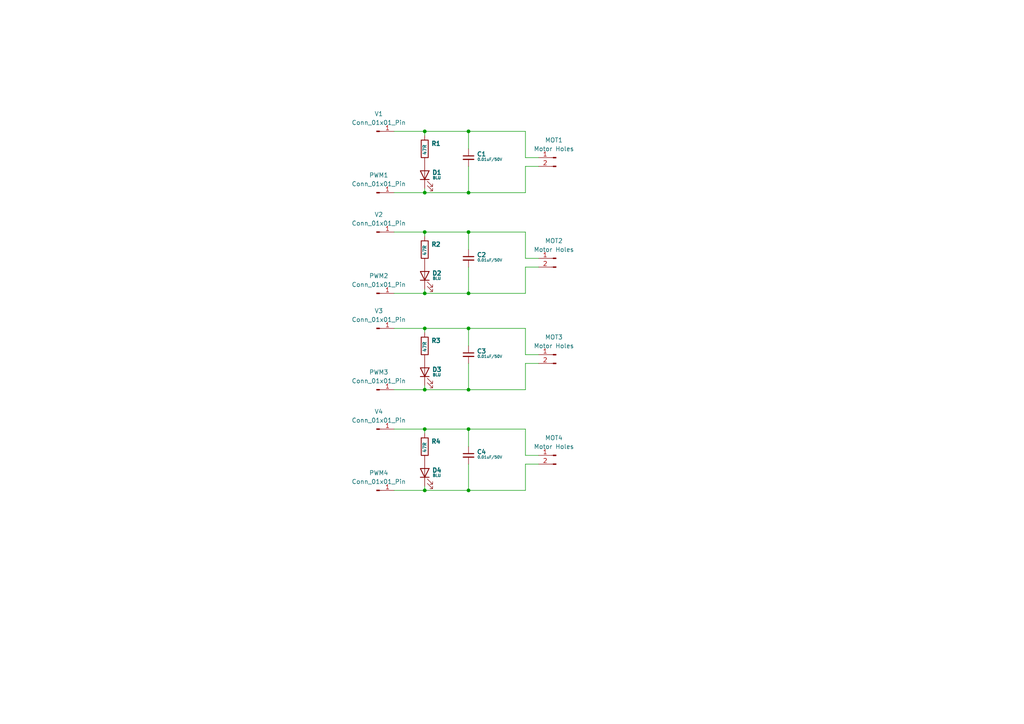
<source format=kicad_sch>
(kicad_sch (version 20250114) (generator "eeschema") (generator_version "9.0")
  (paper "A4")
  (lib_symbols
    (symbol "Connector:Conn_01x01_Pin" (pin_names (offset 1.016) (hide yes))
      (property "Reference" "J" (at 0 2.54 0))
      (property "Value" "Conn_01x01_Pin" (at 0 -2.54 0))
      (symbol "Conn_01x01_Pin_1_1"
        (rectangle (start 0.8636 0.127) (end 0 -0.127) (stroke (width 0.1524)) (fill (type outline)))
        (polyline (pts (xy 1.27 0) (xy 0.8636 0)) (stroke (width 0.1524)))
        (pin passive line (at 5.08 0 180) (length 3.81) (name "Pin_1") (number "1"))
      )
    )
    (symbol "Connector:Conn_01x02_Pin" (pin_names (offset 1.016) (hide yes))
      (property "Reference" "J" (at 0 2.54 0))
      (property "Value" "Conn_01x02_Pin" (at 0 -5.08 0))
      (symbol "Conn_01x02_Pin_1_1"
        (rectangle (start 0.8636 0.127) (end 0 -0.127) (stroke (width 0.1524)) (fill (type outline)))
        (rectangle (start 0.8636 -2.413) (end 0 -2.667) (stroke (width 0.1524)) (fill (type outline)))
        (polyline (pts (xy 1.27 0) (xy 0.8636 0)) (stroke (width 0.1524)))
        (polyline (pts (xy 1.27 -2.54) (xy 0.8636 -2.54)) (stroke (width 0.1524)))
        (pin passive line (at 5.08 0 180) (length 3.81) (name "Pin_1") (number "1"))
        (pin passive line (at 5.08 -2.54 180) (length 3.81) (name "Pin_2") (number "2"))
      )
    )
    (symbol "Device:C_Small" (pin_numbers (hide yes)) (pin_names (offset 0.254) (hide yes))
      (property "Reference" "C" (at 0.254 1.778 0))
      (property "Value" "C_Small" (at 0.254 -2.032 0))
      (symbol "C_Small_0_1"
        (polyline (pts (xy -1.524 0.508) (xy 1.524 0.508)) (stroke (width 0.3048)))
        (polyline (pts (xy -1.524 -0.508) (xy 1.524 -0.508)) (stroke (width 0.3302)))
      )
      (symbol "C_Small_1_1"
        (pin passive line (at 0 2.54 270) (length 2.032) (name "~") (number "1"))
        (pin passive line (at 0 -2.54 90) (length 2.032) (name "~") (number "2"))
      )
    )
    (symbol "Device:LED" (pin_numbers (hide yes)) (pin_names (offset 1.016) (hide yes))
      (property "Reference" "D" (at 0 2.54 0))
      (property "Value" "LED" (at 0 -2.54 0))
      (symbol "LED_0_1"
        (polyline (pts (xy -3.048 -0.762) (xy -4.572 -2.286) (xy -3.81 -2.286) (xy -4.572 -2.286) (xy -4.572 -1.524)))
        (polyline (pts (xy -1.778 -0.762) (xy -3.302 -2.286) (xy -2.54 -2.286) (xy -3.302 -2.286) (xy -3.302 -1.524)))
        (polyline (pts (xy -1.27 0) (xy 1.27 0)))
        (polyline (pts (xy -1.27 -1.27) (xy -1.27 1.27)) (stroke (width 0.254)))
        (polyline (pts (xy 1.27 -1.27) (xy 1.27 1.27) (xy -1.27 0) (xy 1.27 -1.27)) (stroke (width 0.254)))
      )
      (symbol "LED_1_1"
        (pin passive line (at -3.81 0 0) (length 2.54) (name "K") (number "1"))
        (pin passive line (at 3.81 0 180) (length 2.54) (name "A") (number "2"))
      )
    )
    (symbol "Device:R" (pin_numbers (hide yes)) (pin_names (offset 0))
      (property "Reference" "R" (at 2.032 0 90))
      (property "Value" "R" (at 0 0 90))
      (symbol "R_0_1"
        (rectangle (start -1.016 -2.54) (end 1.016 2.54) (stroke (width 0.254)))
      )
      (symbol "R_1_1"
        (pin passive line (at 0 3.81 270) (length 1.27) (name "~") (number "1"))
        (pin passive line (at 0 -3.81 90) (length 1.27) (name "~") (number "2"))
      )
    )
  )
  (junction (at 123.19 55.88))
  (junction (at 135.89 38.1))
  (junction (at 123.19 113.03))
  (junction (at 135.89 142.24))
  (junction (at 123.19 95.25))
  (junction (at 135.89 113.03))
  (junction (at 123.19 142.24))
  (junction (at 123.19 85.09))
  (junction (at 123.19 67.31))
  (junction (at 123.19 38.1))
  (junction (at 135.89 124.46))
  (junction (at 135.89 85.09))
  (junction (at 135.89 95.25))
  (junction (at 123.19 124.46))
  (junction (at 135.89 55.88))
  (junction (at 135.89 67.31))
  (wire (pts (xy 152.4 132.08) (xy 156.21 132.08)))
  (wire (pts (xy 135.89 105.41) (xy 135.89 113.03)))
  (wire (pts (xy 123.19 124.46) (xy 123.19 125.73)))
  (wire (pts (xy 135.89 48.26) (xy 135.89 55.88)))
  (wire (pts (xy 123.19 140.97) (xy 123.19 142.24)))
  (wire (pts (xy 152.4 95.25) (xy 152.4 102.87)))
  (wire (pts (xy 152.4 45.72) (xy 156.21 45.72)))
  (wire (pts (xy 123.19 55.88) (xy 135.89 55.88)))
  (wire (pts (xy 135.89 124.46) (xy 135.89 129.54)))
  (wire (pts (xy 152.4 74.93) (xy 156.21 74.93)))
  (wire (pts (xy 135.89 85.09) (xy 152.4 85.09)))
  (wire (pts (xy 123.19 67.31) (xy 123.19 68.58)))
  (wire (pts (xy 114.3 67.31) (xy 123.19 67.31)))
  (wire (pts (xy 135.89 113.03) (xy 152.4 113.03)))
  (wire (pts (xy 135.89 38.1) (xy 152.4 38.1)))
  (wire (pts (xy 114.3 95.25) (xy 123.19 95.25)))
  (wire (pts (xy 152.4 48.26) (xy 152.4 55.88)))
  (wire (pts (xy 123.19 85.09) (xy 135.89 85.09)))
  (wire (pts (xy 135.89 67.31) (xy 152.4 67.31)))
  (wire (pts (xy 156.21 134.62) (xy 152.4 134.62)))
  (wire (pts (xy 152.4 102.87) (xy 156.21 102.87)))
  (wire (pts (xy 114.3 124.46) (xy 123.19 124.46)))
  (wire (pts (xy 152.4 38.1) (xy 152.4 45.72)))
  (wire (pts (xy 123.19 38.1) (xy 135.89 38.1)))
  (wire (pts (xy 123.19 95.25) (xy 135.89 95.25)))
  (wire (pts (xy 114.3 38.1) (xy 123.19 38.1)))
  (wire (pts (xy 123.19 142.24) (xy 135.89 142.24)))
  (wire (pts (xy 152.4 134.62) (xy 152.4 142.24)))
  (wire (pts (xy 152.4 124.46) (xy 152.4 132.08)))
  (wire (pts (xy 123.19 124.46) (xy 135.89 124.46)))
  (wire (pts (xy 135.89 38.1) (xy 135.89 43.18)))
  (wire (pts (xy 135.89 142.24) (xy 152.4 142.24)))
  (wire (pts (xy 123.19 54.61) (xy 123.19 55.88)))
  (wire (pts (xy 114.3 85.09) (xy 123.19 85.09)))
  (wire (pts (xy 114.3 113.03) (xy 123.19 113.03)))
  (wire (pts (xy 156.21 105.41) (xy 152.4 105.41)))
  (wire (pts (xy 152.4 105.41) (xy 152.4 113.03)))
  (wire (pts (xy 123.19 67.31) (xy 135.89 67.31)))
  (wire (pts (xy 152.4 67.31) (xy 152.4 74.93)))
  (wire (pts (xy 123.19 113.03) (xy 135.89 113.03)))
  (wire (pts (xy 152.4 77.47) (xy 152.4 85.09)))
  (wire (pts (xy 135.89 124.46) (xy 152.4 124.46)))
  (wire (pts (xy 135.89 95.25) (xy 135.89 100.33)))
  (wire (pts (xy 135.89 77.47) (xy 135.89 85.09)))
  (wire (pts (xy 123.19 95.25) (xy 123.19 96.52)))
  (wire (pts (xy 135.89 95.25) (xy 152.4 95.25)))
  (wire (pts (xy 156.21 48.26) (xy 152.4 48.26)))
  (wire (pts (xy 123.19 38.1) (xy 123.19 39.37)))
  (wire (pts (xy 123.19 111.76) (xy 123.19 113.03)))
  (wire (pts (xy 123.19 83.82) (xy 123.19 85.09)))
  (wire (pts (xy 114.3 142.24) (xy 123.19 142.24)))
  (wire (pts (xy 114.3 55.88) (xy 123.19 55.88)))
  (wire (pts (xy 135.89 55.88) (xy 152.4 55.88)))
  (wire (pts (xy 135.89 67.31) (xy 135.89 72.39)))
  (wire (pts (xy 156.21 77.47) (xy 152.4 77.47)))
  (wire (pts (xy 135.89 134.62) (xy 135.89 142.24)))
  (symbol (lib_id "Device:R") (at 123.19 43.18 0) (unit 1)
    (property "Reference" "R1" (at 124.968 41.656 0) (effects (font (thickness 0.254) (bold yes)) (justify left)))
    (property "Value" "47R" (at 123.19 44.958 90) (effects (font (size 1 1)) (justify left)))
    (property "Footprint" "Resistor_SMD:R_0603_1608Metric" (effects (hide yes)))
    (property "Description" "Resistor" (effects (hide yes)))
  )
  (symbol (lib_id "Connector:Conn_01x01_Pin") (at 109.22 142.24 0) (unit 1)
    (property "Reference" "PWM4" (at 109.855 137.16 0))
    (property "Value" "Conn_01x01_Pin" (at 109.855 139.7 0))
    (property "Footprint" "TestPoint:TestPoint_Pad_D2.0mm" (effects (hide yes)))
    (property "Description" "Generic connector, single row, 01x01, script generated" (effects (hide yes)))
  )
  (symbol (lib_id "Connector:Conn_01x01_Pin") (at 109.22 55.88 0) (unit 1)
    (property "Reference" "PWM1" (at 109.855 50.8 0))
    (property "Value" "Conn_01x01_Pin" (at 109.855 53.34 0))
    (property "Footprint" "TestPoint:TestPoint_Pad_D2.0mm" (effects (hide yes)))
    (property "Description" "Generic connector, single row, 01x01, script generated" (effects (hide yes)))
  )
  (symbol (lib_id "Device:C_Small") (at 135.89 45.72 0) (unit 1)
    (property "Reference" "C1" (at 138.176 44.704 0) (effects (font (thickness 0.254) (bold yes)) (justify left)))
    (property "Value" "0.01uF/50V" (at 138.43 46.228 0) (effects (font (size 0.8 0.8)) (justify left)))
    (property "Footprint" "Capacitor_SMD:C_0603_1608Metric" (effects (hide yes)))
    (property "Description" "Unpolarized capacitor, small symbol" (effects (hide yes)))
  )
  (symbol (lib_id "Connector:Conn_01x01_Pin") (at 109.22 38.1 0) (unit 1)
    (property "Reference" "V1" (at 109.855 33.02 0))
    (property "Value" "Conn_01x01_Pin" (at 109.855 35.56 0))
    (property "Footprint" "TestPoint:TestPoint_Pad_2.0x2.0mm" (effects (hide yes)))
    (property "Description" "Generic connector, single row, 01x01, script generated" (effects (hide yes)))
  )
  (symbol (lib_id "Device:C_Small") (at 135.89 132.08 0) (unit 1)
    (property "Reference" "C4" (at 138.176 131.064 0) (effects (font (thickness 0.254) (bold yes)) (justify left)))
    (property "Value" "0.01uF/50V" (at 138.43 132.588 0) (effects (font (size 0.8 0.8)) (justify left)))
    (property "Footprint" "Capacitor_SMD:C_0603_1608Metric" (effects (hide yes)))
    (property "Description" "Unpolarized capacitor, small symbol" (effects (hide yes)))
  )
  (symbol (lib_id "Connector:Conn_01x01_Pin") (at 109.22 67.31 0) (unit 1)
    (property "Reference" "V2" (at 109.855 62.23 0))
    (property "Value" "Conn_01x01_Pin" (at 109.855 64.77 0))
    (property "Footprint" "TestPoint:TestPoint_Pad_2.0x2.0mm" (effects (hide yes)))
    (property "Description" "Generic connector, single row, 01x01, script generated" (effects (hide yes)))
  )
  (symbol (lib_id "Connector:Conn_01x01_Pin") (at 109.22 95.25 0) (unit 1)
    (property "Reference" "V3" (at 109.855 90.17 0))
    (property "Value" "Conn_01x01_Pin" (at 109.855 92.71 0))
    (property "Footprint" "TestPoint:TestPoint_Pad_2.0x2.0mm" (effects (hide yes)))
    (property "Description" "Generic connector, single row, 01x01, script generated" (effects (hide yes)))
  )
  (symbol (lib_id "Connector:Conn_01x02_Pin") (at 161.29 45.72 0) (mirror y) (unit 1)
    (property "Reference" "MOT1" (at 160.655 40.64 0))
    (property "Value" "Motor Holes" (at 160.655 43.18 0))
    (property "Footprint" "Library:Motor-PCB" (effects (hide yes)))
    (property "Description" "Generic connector, single row, 01x02, script generated" (effects (hide yes)))
  )
  (symbol (lib_id "Device:LED") (at 123.19 137.16 90) (unit 1)
    (property "Reference" "D4" (at 125.222 136.398 90) (effects (font (thickness 0.254) (bold yes)) (justify right)))
    (property "Value" "BLU" (at 125.476 137.922 90) (effects (font (size 0.8 0.8)) (justify right)))
    (property "Footprint" "LED_SMD:LED_0603_1608Metric" (effects (hide yes)))
    (property "Description" "Light emitting diode" (effects (hide yes)))
    (property "Sim.Pins" "1=K 2=A" (effects (hide yes)))
  )
  (symbol (lib_id "Device:R") (at 123.19 129.54 0) (unit 1)
    (property "Reference" "R4" (at 124.968 128.016 0) (effects (font (thickness 0.254) (bold yes)) (justify left)))
    (property "Value" "47R" (at 123.19 131.318 90) (effects (font (size 1 1)) (justify left)))
    (property "Footprint" "Resistor_SMD:R_0603_1608Metric" (effects (hide yes)))
    (property "Description" "Resistor" (effects (hide yes)))
  )
  (symbol (lib_id "Device:LED") (at 123.19 107.95 90) (unit 1)
    (property "Reference" "D3" (at 125.222 107.188 90) (effects (font (thickness 0.254) (bold yes)) (justify right)))
    (property "Value" "BLU" (at 125.476 108.712 90) (effects (font (size 0.8 0.8)) (justify right)))
    (property "Footprint" "LED_SMD:LED_0603_1608Metric" (effects (hide yes)))
    (property "Description" "Light emitting diode" (effects (hide yes)))
    (property "Sim.Pins" "1=K 2=A" (effects (hide yes)))
  )
  (symbol (lib_id "Device:C_Small") (at 135.89 102.87 0) (unit 1)
    (property "Reference" "C3" (at 138.176 101.854 0) (effects (font (thickness 0.254) (bold yes)) (justify left)))
    (property "Value" "0.01uF/50V" (at 138.43 103.378 0) (effects (font (size 0.8 0.8)) (justify left)))
    (property "Footprint" "Capacitor_SMD:C_0603_1608Metric" (effects (hide yes)))
    (property "Description" "Unpolarized capacitor, small symbol" (effects (hide yes)))
  )
  (symbol (lib_id "Connector:Conn_01x02_Pin") (at 161.29 102.87 0) (mirror y) (unit 1)
    (property "Reference" "MOT3" (at 160.655 97.79 0))
    (property "Value" "Motor Holes" (at 160.655 100.33 0))
    (property "Footprint" "Library:Motor-PCB" (effects (hide yes)))
    (property "Description" "Generic connector, single row, 01x02, script generated" (effects (hide yes)))
  )
  (symbol (lib_id "Device:R") (at 123.19 100.33 0) (unit 1)
    (property "Reference" "R3" (at 124.968 98.806 0) (effects (font (thickness 0.254) (bold yes)) (justify left)))
    (property "Value" "47R" (at 123.19 102.108 90) (effects (font (size 1 1)) (justify left)))
    (property "Footprint" "Resistor_SMD:R_0603_1608Metric" (effects (hide yes)))
    (property "Description" "Resistor" (effects (hide yes)))
  )
  (symbol (lib_id "Device:C_Small") (at 135.89 74.93 0) (unit 1)
    (property "Reference" "C2" (at 138.176 73.914 0) (effects (font (thickness 0.254) (bold yes)) (justify left)))
    (property "Value" "0.01uF/50V" (at 138.43 75.438 0) (effects (font (size 0.8 0.8)) (justify left)))
    (property "Footprint" "Capacitor_SMD:C_0603_1608Metric" (effects (hide yes)))
    (property "Description" "Unpolarized capacitor, small symbol" (effects (hide yes)))
  )
  (symbol (lib_id "Connector:Conn_01x02_Pin") (at 161.29 74.93 0) (mirror y) (unit 1)
    (property "Reference" "MOT2" (at 160.655 69.85 0))
    (property "Value" "Motor Holes" (at 160.655 72.39 0))
    (property "Footprint" "Library:Motor-PCB" (effects (hide yes)))
    (property "Description" "Generic connector, single row, 01x02, script generated" (effects (hide yes)))
  )
  (symbol (lib_id "Device:LED") (at 123.19 50.8 90) (unit 1)
    (property "Reference" "D1" (at 125.222 50.038 90) (effects (font (thickness 0.254) (bold yes)) (justify right)))
    (property "Value" "BLU" (at 125.476 51.562 90) (effects (font (size 0.8 0.8)) (justify right)))
    (property "Footprint" "LED_SMD:LED_0603_1608Metric" (effects (hide yes)))
    (property "Description" "Light emitting diode" (effects (hide yes)))
    (property "Sim.Pins" "1=K 2=A" (effects (hide yes)))
  )
  (symbol (lib_id "Connector:Conn_01x01_Pin") (at 109.22 113.03 0) (unit 1)
    (property "Reference" "PWM3" (at 109.855 107.95 0))
    (property "Value" "Conn_01x01_Pin" (at 109.855 110.49 0))
    (property "Footprint" "TestPoint:TestPoint_Pad_D2.0mm" (effects (hide yes)))
    (property "Description" "Generic connector, single row, 01x01, script generated" (effects (hide yes)))
  )
  (symbol (lib_id "Device:LED") (at 123.19 80.01 90) (unit 1)
    (property "Reference" "D2" (at 125.222 79.248 90) (effects (font (thickness 0.254) (bold yes)) (justify right)))
    (property "Value" "BLU" (at 125.476 80.772 90) (effects (font (size 0.8 0.8)) (justify right)))
    (property "Footprint" "LED_SMD:LED_0603_1608Metric" (effects (hide yes)))
    (property "Description" "Light emitting diode" (effects (hide yes)))
    (property "Sim.Pins" "1=K 2=A" (effects (hide yes)))
  )
  (symbol (lib_id "Connector:Conn_01x01_Pin") (at 109.22 124.46 0) (unit 1)
    (property "Reference" "V4" (at 109.855 119.38 0))
    (property "Value" "Conn_01x01_Pin" (at 109.855 121.92 0))
    (property "Footprint" "TestPoint:TestPoint_Pad_2.0x2.0mm" (effects (hide yes)))
    (property "Description" "Generic connector, single row, 01x01, script generated" (effects (hide yes)))
  )
  (symbol (lib_id "Connector:Conn_01x02_Pin") (at 161.29 132.08 0) (mirror y) (unit 1)
    (property "Reference" "MOT4" (at 160.655 127 0))
    (property "Value" "Motor Holes" (at 160.655 129.54 0))
    (property "Footprint" "Library:Motor-PCB" (effects (hide yes)))
    (property "Description" "Generic connector, single row, 01x02, script generated" (effects (hide yes)))
  )
  (symbol (lib_id "Connector:Conn_01x01_Pin") (at 109.22 85.09 0) (unit 1)
    (property "Reference" "PWM2" (at 109.855 80.01 0))
    (property "Value" "Conn_01x01_Pin" (at 109.855 82.55 0))
    (property "Footprint" "TestPoint:TestPoint_Pad_D2.0mm" (effects (hide yes)))
    (property "Description" "Generic connector, single row, 01x01, script generated" (effects (hide yes)))
  )
  (symbol (lib_id "Device:R") (at 123.19 72.39 0) (unit 1)
    (property "Reference" "R2" (at 124.968 70.866 0) (effects (font (thickness 0.254) (bold yes)) (justify left)))
    (property "Value" "47R" (at 123.19 74.168 90) (effects (font (size 1 1)) (justify left)))
    (property "Footprint" "Resistor_SMD:R_0603_1608Metric" (effects (hide yes)))
    (property "Description" "Resistor" (effects (hide yes)))
  )
)
</source>
